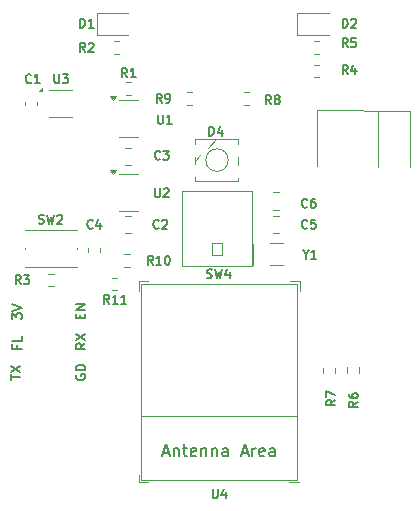
<source format=gbr>
%TF.GenerationSoftware,KiCad,Pcbnew,9.0.1*%
%TF.CreationDate,2025-05-28T08:33:00+02:00*%
%TF.ProjectId,tv25-cpu-small,74763235-2d63-4707-952d-736d616c6c2e,rev?*%
%TF.SameCoordinates,Original*%
%TF.FileFunction,Legend,Top*%
%TF.FilePolarity,Positive*%
%FSLAX46Y46*%
G04 Gerber Fmt 4.6, Leading zero omitted, Abs format (unit mm)*
G04 Created by KiCad (PCBNEW 9.0.1) date 2025-05-28 08:33:00*
%MOMM*%
%LPD*%
G01*
G04 APERTURE LIST*
%ADD10C,0.150000*%
%ADD11C,0.120000*%
G04 APERTURE END LIST*
D10*
X127143000Y-154989450D02*
X127250143Y-155025164D01*
X127250143Y-155025164D02*
X127428714Y-155025164D01*
X127428714Y-155025164D02*
X127500143Y-154989450D01*
X127500143Y-154989450D02*
X127535857Y-154953735D01*
X127535857Y-154953735D02*
X127571571Y-154882307D01*
X127571571Y-154882307D02*
X127571571Y-154810878D01*
X127571571Y-154810878D02*
X127535857Y-154739450D01*
X127535857Y-154739450D02*
X127500143Y-154703735D01*
X127500143Y-154703735D02*
X127428714Y-154668021D01*
X127428714Y-154668021D02*
X127285857Y-154632307D01*
X127285857Y-154632307D02*
X127214428Y-154596592D01*
X127214428Y-154596592D02*
X127178714Y-154560878D01*
X127178714Y-154560878D02*
X127143000Y-154489450D01*
X127143000Y-154489450D02*
X127143000Y-154418021D01*
X127143000Y-154418021D02*
X127178714Y-154346592D01*
X127178714Y-154346592D02*
X127214428Y-154310878D01*
X127214428Y-154310878D02*
X127285857Y-154275164D01*
X127285857Y-154275164D02*
X127464428Y-154275164D01*
X127464428Y-154275164D02*
X127571571Y-154310878D01*
X127821571Y-154275164D02*
X128000143Y-155025164D01*
X128000143Y-155025164D02*
X128143000Y-154489450D01*
X128143000Y-154489450D02*
X128285857Y-155025164D01*
X128285857Y-155025164D02*
X128464429Y-154275164D01*
X129071572Y-154525164D02*
X129071572Y-155025164D01*
X128893000Y-154239450D02*
X128714429Y-154775164D01*
X128714429Y-154775164D02*
X129178714Y-154775164D01*
X122745571Y-147417164D02*
X122745571Y-148024307D01*
X122745571Y-148024307D02*
X122781285Y-148095735D01*
X122781285Y-148095735D02*
X122817000Y-148131450D01*
X122817000Y-148131450D02*
X122888428Y-148167164D01*
X122888428Y-148167164D02*
X123031285Y-148167164D01*
X123031285Y-148167164D02*
X123102714Y-148131450D01*
X123102714Y-148131450D02*
X123138428Y-148095735D01*
X123138428Y-148095735D02*
X123174142Y-148024307D01*
X123174142Y-148024307D02*
X123174142Y-147417164D01*
X123495571Y-147488592D02*
X123531285Y-147452878D01*
X123531285Y-147452878D02*
X123602714Y-147417164D01*
X123602714Y-147417164D02*
X123781285Y-147417164D01*
X123781285Y-147417164D02*
X123852714Y-147452878D01*
X123852714Y-147452878D02*
X123888428Y-147488592D01*
X123888428Y-147488592D02*
X123924142Y-147560021D01*
X123924142Y-147560021D02*
X123924142Y-147631450D01*
X123924142Y-147631450D02*
X123888428Y-147738592D01*
X123888428Y-147738592D02*
X123459856Y-148167164D01*
X123459856Y-148167164D02*
X123924142Y-148167164D01*
X135637999Y-150762735D02*
X135602285Y-150798450D01*
X135602285Y-150798450D02*
X135495142Y-150834164D01*
X135495142Y-150834164D02*
X135423714Y-150834164D01*
X135423714Y-150834164D02*
X135316571Y-150798450D01*
X135316571Y-150798450D02*
X135245142Y-150727021D01*
X135245142Y-150727021D02*
X135209428Y-150655592D01*
X135209428Y-150655592D02*
X135173714Y-150512735D01*
X135173714Y-150512735D02*
X135173714Y-150405592D01*
X135173714Y-150405592D02*
X135209428Y-150262735D01*
X135209428Y-150262735D02*
X135245142Y-150191307D01*
X135245142Y-150191307D02*
X135316571Y-150119878D01*
X135316571Y-150119878D02*
X135423714Y-150084164D01*
X135423714Y-150084164D02*
X135495142Y-150084164D01*
X135495142Y-150084164D02*
X135602285Y-150119878D01*
X135602285Y-150119878D02*
X135637999Y-150155592D01*
X136316571Y-150084164D02*
X135959428Y-150084164D01*
X135959428Y-150084164D02*
X135923714Y-150441307D01*
X135923714Y-150441307D02*
X135959428Y-150405592D01*
X135959428Y-150405592D02*
X136030857Y-150369878D01*
X136030857Y-150369878D02*
X136209428Y-150369878D01*
X136209428Y-150369878D02*
X136280857Y-150405592D01*
X136280857Y-150405592D02*
X136316571Y-150441307D01*
X136316571Y-150441307D02*
X136352285Y-150512735D01*
X136352285Y-150512735D02*
X136352285Y-150691307D01*
X136352285Y-150691307D02*
X136316571Y-150762735D01*
X136316571Y-150762735D02*
X136280857Y-150798450D01*
X136280857Y-150798450D02*
X136209428Y-150834164D01*
X136209428Y-150834164D02*
X136030857Y-150834164D01*
X136030857Y-150834164D02*
X135959428Y-150798450D01*
X135959428Y-150798450D02*
X135923714Y-150762735D01*
X135637999Y-148984735D02*
X135602285Y-149020450D01*
X135602285Y-149020450D02*
X135495142Y-149056164D01*
X135495142Y-149056164D02*
X135423714Y-149056164D01*
X135423714Y-149056164D02*
X135316571Y-149020450D01*
X135316571Y-149020450D02*
X135245142Y-148949021D01*
X135245142Y-148949021D02*
X135209428Y-148877592D01*
X135209428Y-148877592D02*
X135173714Y-148734735D01*
X135173714Y-148734735D02*
X135173714Y-148627592D01*
X135173714Y-148627592D02*
X135209428Y-148484735D01*
X135209428Y-148484735D02*
X135245142Y-148413307D01*
X135245142Y-148413307D02*
X135316571Y-148341878D01*
X135316571Y-148341878D02*
X135423714Y-148306164D01*
X135423714Y-148306164D02*
X135495142Y-148306164D01*
X135495142Y-148306164D02*
X135602285Y-148341878D01*
X135602285Y-148341878D02*
X135637999Y-148377592D01*
X136280857Y-148306164D02*
X136137999Y-148306164D01*
X136137999Y-148306164D02*
X136066571Y-148341878D01*
X136066571Y-148341878D02*
X136030857Y-148377592D01*
X136030857Y-148377592D02*
X135959428Y-148484735D01*
X135959428Y-148484735D02*
X135923714Y-148627592D01*
X135923714Y-148627592D02*
X135923714Y-148913307D01*
X135923714Y-148913307D02*
X135959428Y-148984735D01*
X135959428Y-148984735D02*
X135995142Y-149020450D01*
X135995142Y-149020450D02*
X136066571Y-149056164D01*
X136066571Y-149056164D02*
X136209428Y-149056164D01*
X136209428Y-149056164D02*
X136280857Y-149020450D01*
X136280857Y-149020450D02*
X136316571Y-148984735D01*
X136316571Y-148984735D02*
X136352285Y-148913307D01*
X136352285Y-148913307D02*
X136352285Y-148734735D01*
X136352285Y-148734735D02*
X136316571Y-148663307D01*
X136316571Y-148663307D02*
X136280857Y-148627592D01*
X136280857Y-148627592D02*
X136209428Y-148591878D01*
X136209428Y-148591878D02*
X136066571Y-148591878D01*
X136066571Y-148591878D02*
X135995142Y-148627592D01*
X135995142Y-148627592D02*
X135959428Y-148663307D01*
X135959428Y-148663307D02*
X135923714Y-148734735D01*
X132589999Y-140293164D02*
X132339999Y-139936021D01*
X132161428Y-140293164D02*
X132161428Y-139543164D01*
X132161428Y-139543164D02*
X132447142Y-139543164D01*
X132447142Y-139543164D02*
X132518571Y-139578878D01*
X132518571Y-139578878D02*
X132554285Y-139614592D01*
X132554285Y-139614592D02*
X132589999Y-139686021D01*
X132589999Y-139686021D02*
X132589999Y-139793164D01*
X132589999Y-139793164D02*
X132554285Y-139864592D01*
X132554285Y-139864592D02*
X132518571Y-139900307D01*
X132518571Y-139900307D02*
X132447142Y-139936021D01*
X132447142Y-139936021D02*
X132161428Y-139936021D01*
X133018571Y-139864592D02*
X132947142Y-139828878D01*
X132947142Y-139828878D02*
X132911428Y-139793164D01*
X132911428Y-139793164D02*
X132875714Y-139721735D01*
X132875714Y-139721735D02*
X132875714Y-139686021D01*
X132875714Y-139686021D02*
X132911428Y-139614592D01*
X132911428Y-139614592D02*
X132947142Y-139578878D01*
X132947142Y-139578878D02*
X133018571Y-139543164D01*
X133018571Y-139543164D02*
X133161428Y-139543164D01*
X133161428Y-139543164D02*
X133232857Y-139578878D01*
X133232857Y-139578878D02*
X133268571Y-139614592D01*
X133268571Y-139614592D02*
X133304285Y-139686021D01*
X133304285Y-139686021D02*
X133304285Y-139721735D01*
X133304285Y-139721735D02*
X133268571Y-139793164D01*
X133268571Y-139793164D02*
X133232857Y-139828878D01*
X133232857Y-139828878D02*
X133161428Y-139864592D01*
X133161428Y-139864592D02*
X133018571Y-139864592D01*
X133018571Y-139864592D02*
X132947142Y-139900307D01*
X132947142Y-139900307D02*
X132911428Y-139936021D01*
X132911428Y-139936021D02*
X132875714Y-140007450D01*
X132875714Y-140007450D02*
X132875714Y-140150307D01*
X132875714Y-140150307D02*
X132911428Y-140221735D01*
X132911428Y-140221735D02*
X132947142Y-140257450D01*
X132947142Y-140257450D02*
X133018571Y-140293164D01*
X133018571Y-140293164D02*
X133161428Y-140293164D01*
X133161428Y-140293164D02*
X133232857Y-140257450D01*
X133232857Y-140257450D02*
X133268571Y-140221735D01*
X133268571Y-140221735D02*
X133304285Y-140150307D01*
X133304285Y-140150307D02*
X133304285Y-140007450D01*
X133304285Y-140007450D02*
X133268571Y-139936021D01*
X133268571Y-139936021D02*
X133232857Y-139900307D01*
X133232857Y-139900307D02*
X133161428Y-139864592D01*
X116854295Y-160553332D02*
X116473342Y-160819999D01*
X116854295Y-161010475D02*
X116054295Y-161010475D01*
X116054295Y-161010475D02*
X116054295Y-160705713D01*
X116054295Y-160705713D02*
X116092390Y-160629523D01*
X116092390Y-160629523D02*
X116130485Y-160591428D01*
X116130485Y-160591428D02*
X116206676Y-160553332D01*
X116206676Y-160553332D02*
X116320961Y-160553332D01*
X116320961Y-160553332D02*
X116397152Y-160591428D01*
X116397152Y-160591428D02*
X116435247Y-160629523D01*
X116435247Y-160629523D02*
X116473342Y-160705713D01*
X116473342Y-160705713D02*
X116473342Y-161010475D01*
X116054295Y-160286666D02*
X116854295Y-159753332D01*
X116054295Y-159753332D02*
X116854295Y-160286666D01*
X110554295Y-163629523D02*
X110554295Y-163172380D01*
X111354295Y-163400952D02*
X110554295Y-163400952D01*
X110554295Y-162981904D02*
X111354295Y-162448570D01*
X110554295Y-162448570D02*
X111354295Y-162981904D01*
X110654295Y-158507030D02*
X110654295Y-158011792D01*
X110654295Y-158011792D02*
X110959057Y-158278458D01*
X110959057Y-158278458D02*
X110959057Y-158164173D01*
X110959057Y-158164173D02*
X110997152Y-158087982D01*
X110997152Y-158087982D02*
X111035247Y-158049887D01*
X111035247Y-158049887D02*
X111111438Y-158011792D01*
X111111438Y-158011792D02*
X111301914Y-158011792D01*
X111301914Y-158011792D02*
X111378104Y-158049887D01*
X111378104Y-158049887D02*
X111416200Y-158087982D01*
X111416200Y-158087982D02*
X111454295Y-158164173D01*
X111454295Y-158164173D02*
X111454295Y-158392744D01*
X111454295Y-158392744D02*
X111416200Y-158468935D01*
X111416200Y-158468935D02*
X111378104Y-158507030D01*
X110654295Y-157783220D02*
X111454295Y-157516553D01*
X111454295Y-157516553D02*
X110654295Y-157249887D01*
X111035247Y-160729523D02*
X111035247Y-160996189D01*
X111454295Y-160996189D02*
X110654295Y-160996189D01*
X110654295Y-160996189D02*
X110654295Y-160615237D01*
X111454295Y-159929523D02*
X111454295Y-160310475D01*
X111454295Y-160310475D02*
X110654295Y-160310475D01*
X116435247Y-158410475D02*
X116435247Y-158143809D01*
X116854295Y-158029523D02*
X116854295Y-158410475D01*
X116854295Y-158410475D02*
X116054295Y-158410475D01*
X116054295Y-158410475D02*
X116054295Y-158029523D01*
X116854295Y-157686665D02*
X116054295Y-157686665D01*
X116054295Y-157686665D02*
X116854295Y-157229522D01*
X116854295Y-157229522D02*
X116054295Y-157229522D01*
X116092390Y-163210476D02*
X116054295Y-163286666D01*
X116054295Y-163286666D02*
X116054295Y-163400952D01*
X116054295Y-163400952D02*
X116092390Y-163515238D01*
X116092390Y-163515238D02*
X116168580Y-163591428D01*
X116168580Y-163591428D02*
X116244771Y-163629523D01*
X116244771Y-163629523D02*
X116397152Y-163667619D01*
X116397152Y-163667619D02*
X116511438Y-163667619D01*
X116511438Y-163667619D02*
X116663819Y-163629523D01*
X116663819Y-163629523D02*
X116740009Y-163591428D01*
X116740009Y-163591428D02*
X116816200Y-163515238D01*
X116816200Y-163515238D02*
X116854295Y-163400952D01*
X116854295Y-163400952D02*
X116854295Y-163324761D01*
X116854295Y-163324761D02*
X116816200Y-163210476D01*
X116816200Y-163210476D02*
X116778104Y-163172380D01*
X116778104Y-163172380D02*
X116511438Y-163172380D01*
X116511438Y-163172380D02*
X116511438Y-163324761D01*
X116854295Y-162829523D02*
X116054295Y-162829523D01*
X116054295Y-162829523D02*
X116054295Y-162639047D01*
X116054295Y-162639047D02*
X116092390Y-162524761D01*
X116092390Y-162524761D02*
X116168580Y-162448571D01*
X116168580Y-162448571D02*
X116244771Y-162410476D01*
X116244771Y-162410476D02*
X116397152Y-162372380D01*
X116397152Y-162372380D02*
X116511438Y-162372380D01*
X116511438Y-162372380D02*
X116663819Y-162410476D01*
X116663819Y-162410476D02*
X116740009Y-162448571D01*
X116740009Y-162448571D02*
X116816200Y-162524761D01*
X116816200Y-162524761D02*
X116854295Y-162639047D01*
X116854295Y-162639047D02*
X116854295Y-162829523D01*
X122580856Y-153882164D02*
X122330856Y-153525021D01*
X122152285Y-153882164D02*
X122152285Y-153132164D01*
X122152285Y-153132164D02*
X122437999Y-153132164D01*
X122437999Y-153132164D02*
X122509428Y-153167878D01*
X122509428Y-153167878D02*
X122545142Y-153203592D01*
X122545142Y-153203592D02*
X122580856Y-153275021D01*
X122580856Y-153275021D02*
X122580856Y-153382164D01*
X122580856Y-153382164D02*
X122545142Y-153453592D01*
X122545142Y-153453592D02*
X122509428Y-153489307D01*
X122509428Y-153489307D02*
X122437999Y-153525021D01*
X122437999Y-153525021D02*
X122152285Y-153525021D01*
X123295142Y-153882164D02*
X122866571Y-153882164D01*
X123080856Y-153882164D02*
X123080856Y-153132164D01*
X123080856Y-153132164D02*
X123009428Y-153239307D01*
X123009428Y-153239307D02*
X122937999Y-153310735D01*
X122937999Y-153310735D02*
X122866571Y-153346450D01*
X123759428Y-153132164D02*
X123830857Y-153132164D01*
X123830857Y-153132164D02*
X123902285Y-153167878D01*
X123902285Y-153167878D02*
X123938000Y-153203592D01*
X123938000Y-153203592D02*
X123973714Y-153275021D01*
X123973714Y-153275021D02*
X124009428Y-153417878D01*
X124009428Y-153417878D02*
X124009428Y-153596450D01*
X124009428Y-153596450D02*
X123973714Y-153739307D01*
X123973714Y-153739307D02*
X123938000Y-153810735D01*
X123938000Y-153810735D02*
X123902285Y-153846450D01*
X123902285Y-153846450D02*
X123830857Y-153882164D01*
X123830857Y-153882164D02*
X123759428Y-153882164D01*
X123759428Y-153882164D02*
X123688000Y-153846450D01*
X123688000Y-153846450D02*
X123652285Y-153810735D01*
X123652285Y-153810735D02*
X123616571Y-153739307D01*
X123616571Y-153739307D02*
X123580857Y-153596450D01*
X123580857Y-153596450D02*
X123580857Y-153417878D01*
X123580857Y-153417878D02*
X123616571Y-153275021D01*
X123616571Y-153275021D02*
X123652285Y-153203592D01*
X123652285Y-153203592D02*
X123688000Y-153167878D01*
X123688000Y-153167878D02*
X123759428Y-153132164D01*
X123064999Y-150762735D02*
X123029285Y-150798450D01*
X123029285Y-150798450D02*
X122922142Y-150834164D01*
X122922142Y-150834164D02*
X122850714Y-150834164D01*
X122850714Y-150834164D02*
X122743571Y-150798450D01*
X122743571Y-150798450D02*
X122672142Y-150727021D01*
X122672142Y-150727021D02*
X122636428Y-150655592D01*
X122636428Y-150655592D02*
X122600714Y-150512735D01*
X122600714Y-150512735D02*
X122600714Y-150405592D01*
X122600714Y-150405592D02*
X122636428Y-150262735D01*
X122636428Y-150262735D02*
X122672142Y-150191307D01*
X122672142Y-150191307D02*
X122743571Y-150119878D01*
X122743571Y-150119878D02*
X122850714Y-150084164D01*
X122850714Y-150084164D02*
X122922142Y-150084164D01*
X122922142Y-150084164D02*
X123029285Y-150119878D01*
X123029285Y-150119878D02*
X123064999Y-150155592D01*
X123350714Y-150155592D02*
X123386428Y-150119878D01*
X123386428Y-150119878D02*
X123457857Y-150084164D01*
X123457857Y-150084164D02*
X123636428Y-150084164D01*
X123636428Y-150084164D02*
X123707857Y-150119878D01*
X123707857Y-150119878D02*
X123743571Y-150155592D01*
X123743571Y-150155592D02*
X123779285Y-150227021D01*
X123779285Y-150227021D02*
X123779285Y-150298450D01*
X123779285Y-150298450D02*
X123743571Y-150405592D01*
X123743571Y-150405592D02*
X123314999Y-150834164D01*
X123314999Y-150834164D02*
X123779285Y-150834164D01*
X123318999Y-140166164D02*
X123068999Y-139809021D01*
X122890428Y-140166164D02*
X122890428Y-139416164D01*
X122890428Y-139416164D02*
X123176142Y-139416164D01*
X123176142Y-139416164D02*
X123247571Y-139451878D01*
X123247571Y-139451878D02*
X123283285Y-139487592D01*
X123283285Y-139487592D02*
X123318999Y-139559021D01*
X123318999Y-139559021D02*
X123318999Y-139666164D01*
X123318999Y-139666164D02*
X123283285Y-139737592D01*
X123283285Y-139737592D02*
X123247571Y-139773307D01*
X123247571Y-139773307D02*
X123176142Y-139809021D01*
X123176142Y-139809021D02*
X122890428Y-139809021D01*
X123676142Y-140166164D02*
X123818999Y-140166164D01*
X123818999Y-140166164D02*
X123890428Y-140130450D01*
X123890428Y-140130450D02*
X123926142Y-140094735D01*
X123926142Y-140094735D02*
X123997571Y-139987592D01*
X123997571Y-139987592D02*
X124033285Y-139844735D01*
X124033285Y-139844735D02*
X124033285Y-139559021D01*
X124033285Y-139559021D02*
X123997571Y-139487592D01*
X123997571Y-139487592D02*
X123961857Y-139451878D01*
X123961857Y-139451878D02*
X123890428Y-139416164D01*
X123890428Y-139416164D02*
X123747571Y-139416164D01*
X123747571Y-139416164D02*
X123676142Y-139451878D01*
X123676142Y-139451878D02*
X123640428Y-139487592D01*
X123640428Y-139487592D02*
X123604714Y-139559021D01*
X123604714Y-139559021D02*
X123604714Y-139737592D01*
X123604714Y-139737592D02*
X123640428Y-139809021D01*
X123640428Y-139809021D02*
X123676142Y-139844735D01*
X123676142Y-139844735D02*
X123747571Y-139880450D01*
X123747571Y-139880450D02*
X123890428Y-139880450D01*
X123890428Y-139880450D02*
X123961857Y-139844735D01*
X123961857Y-139844735D02*
X123997571Y-139809021D01*
X123997571Y-139809021D02*
X124033285Y-139737592D01*
X112269999Y-138443735D02*
X112234285Y-138479450D01*
X112234285Y-138479450D02*
X112127142Y-138515164D01*
X112127142Y-138515164D02*
X112055714Y-138515164D01*
X112055714Y-138515164D02*
X111948571Y-138479450D01*
X111948571Y-138479450D02*
X111877142Y-138408021D01*
X111877142Y-138408021D02*
X111841428Y-138336592D01*
X111841428Y-138336592D02*
X111805714Y-138193735D01*
X111805714Y-138193735D02*
X111805714Y-138086592D01*
X111805714Y-138086592D02*
X111841428Y-137943735D01*
X111841428Y-137943735D02*
X111877142Y-137872307D01*
X111877142Y-137872307D02*
X111948571Y-137800878D01*
X111948571Y-137800878D02*
X112055714Y-137765164D01*
X112055714Y-137765164D02*
X112127142Y-137765164D01*
X112127142Y-137765164D02*
X112234285Y-137800878D01*
X112234285Y-137800878D02*
X112269999Y-137836592D01*
X112984285Y-138515164D02*
X112555714Y-138515164D01*
X112769999Y-138515164D02*
X112769999Y-137765164D01*
X112769999Y-137765164D02*
X112698571Y-137872307D01*
X112698571Y-137872307D02*
X112627142Y-137943735D01*
X112627142Y-137943735D02*
X112555714Y-137979450D01*
X122999571Y-141194164D02*
X122999571Y-141801307D01*
X122999571Y-141801307D02*
X123035285Y-141872735D01*
X123035285Y-141872735D02*
X123071000Y-141908450D01*
X123071000Y-141908450D02*
X123142428Y-141944164D01*
X123142428Y-141944164D02*
X123285285Y-141944164D01*
X123285285Y-141944164D02*
X123356714Y-141908450D01*
X123356714Y-141908450D02*
X123392428Y-141872735D01*
X123392428Y-141872735D02*
X123428142Y-141801307D01*
X123428142Y-141801307D02*
X123428142Y-141194164D01*
X124178142Y-141944164D02*
X123749571Y-141944164D01*
X123963856Y-141944164D02*
X123963856Y-141194164D01*
X123963856Y-141194164D02*
X123892428Y-141301307D01*
X123892428Y-141301307D02*
X123820999Y-141372735D01*
X123820999Y-141372735D02*
X123749571Y-141408450D01*
X123191999Y-144920735D02*
X123156285Y-144956450D01*
X123156285Y-144956450D02*
X123049142Y-144992164D01*
X123049142Y-144992164D02*
X122977714Y-144992164D01*
X122977714Y-144992164D02*
X122870571Y-144956450D01*
X122870571Y-144956450D02*
X122799142Y-144885021D01*
X122799142Y-144885021D02*
X122763428Y-144813592D01*
X122763428Y-144813592D02*
X122727714Y-144670735D01*
X122727714Y-144670735D02*
X122727714Y-144563592D01*
X122727714Y-144563592D02*
X122763428Y-144420735D01*
X122763428Y-144420735D02*
X122799142Y-144349307D01*
X122799142Y-144349307D02*
X122870571Y-144277878D01*
X122870571Y-144277878D02*
X122977714Y-144242164D01*
X122977714Y-144242164D02*
X123049142Y-144242164D01*
X123049142Y-144242164D02*
X123156285Y-144277878D01*
X123156285Y-144277878D02*
X123191999Y-144313592D01*
X123441999Y-144242164D02*
X123906285Y-144242164D01*
X123906285Y-144242164D02*
X123656285Y-144527878D01*
X123656285Y-144527878D02*
X123763428Y-144527878D01*
X123763428Y-144527878D02*
X123834857Y-144563592D01*
X123834857Y-144563592D02*
X123870571Y-144599307D01*
X123870571Y-144599307D02*
X123906285Y-144670735D01*
X123906285Y-144670735D02*
X123906285Y-144849307D01*
X123906285Y-144849307D02*
X123870571Y-144920735D01*
X123870571Y-144920735D02*
X123834857Y-144956450D01*
X123834857Y-144956450D02*
X123763428Y-144992164D01*
X123763428Y-144992164D02*
X123549142Y-144992164D01*
X123549142Y-144992164D02*
X123477714Y-144956450D01*
X123477714Y-144956450D02*
X123441999Y-144920735D01*
X127628571Y-172889164D02*
X127628571Y-173496307D01*
X127628571Y-173496307D02*
X127664285Y-173567735D01*
X127664285Y-173567735D02*
X127700000Y-173603450D01*
X127700000Y-173603450D02*
X127771428Y-173639164D01*
X127771428Y-173639164D02*
X127914285Y-173639164D01*
X127914285Y-173639164D02*
X127985714Y-173603450D01*
X127985714Y-173603450D02*
X128021428Y-173567735D01*
X128021428Y-173567735D02*
X128057142Y-173496307D01*
X128057142Y-173496307D02*
X128057142Y-172889164D01*
X128735714Y-173139164D02*
X128735714Y-173639164D01*
X128557142Y-172853450D02*
X128378571Y-173389164D01*
X128378571Y-173389164D02*
X128842856Y-173389164D01*
X123438094Y-169819104D02*
X123914284Y-169819104D01*
X123342856Y-170104819D02*
X123676189Y-169104819D01*
X123676189Y-169104819D02*
X124009522Y-170104819D01*
X124342856Y-169438152D02*
X124342856Y-170104819D01*
X124342856Y-169533390D02*
X124390475Y-169485771D01*
X124390475Y-169485771D02*
X124485713Y-169438152D01*
X124485713Y-169438152D02*
X124628570Y-169438152D01*
X124628570Y-169438152D02*
X124723808Y-169485771D01*
X124723808Y-169485771D02*
X124771427Y-169581009D01*
X124771427Y-169581009D02*
X124771427Y-170104819D01*
X125104761Y-169438152D02*
X125485713Y-169438152D01*
X125247618Y-169104819D02*
X125247618Y-169961961D01*
X125247618Y-169961961D02*
X125295237Y-170057200D01*
X125295237Y-170057200D02*
X125390475Y-170104819D01*
X125390475Y-170104819D02*
X125485713Y-170104819D01*
X126199999Y-170057200D02*
X126104761Y-170104819D01*
X126104761Y-170104819D02*
X125914285Y-170104819D01*
X125914285Y-170104819D02*
X125819047Y-170057200D01*
X125819047Y-170057200D02*
X125771428Y-169961961D01*
X125771428Y-169961961D02*
X125771428Y-169581009D01*
X125771428Y-169581009D02*
X125819047Y-169485771D01*
X125819047Y-169485771D02*
X125914285Y-169438152D01*
X125914285Y-169438152D02*
X126104761Y-169438152D01*
X126104761Y-169438152D02*
X126199999Y-169485771D01*
X126199999Y-169485771D02*
X126247618Y-169581009D01*
X126247618Y-169581009D02*
X126247618Y-169676247D01*
X126247618Y-169676247D02*
X125771428Y-169771485D01*
X126676190Y-169438152D02*
X126676190Y-170104819D01*
X126676190Y-169533390D02*
X126723809Y-169485771D01*
X126723809Y-169485771D02*
X126819047Y-169438152D01*
X126819047Y-169438152D02*
X126961904Y-169438152D01*
X126961904Y-169438152D02*
X127057142Y-169485771D01*
X127057142Y-169485771D02*
X127104761Y-169581009D01*
X127104761Y-169581009D02*
X127104761Y-170104819D01*
X127580952Y-169438152D02*
X127580952Y-170104819D01*
X127580952Y-169533390D02*
X127628571Y-169485771D01*
X127628571Y-169485771D02*
X127723809Y-169438152D01*
X127723809Y-169438152D02*
X127866666Y-169438152D01*
X127866666Y-169438152D02*
X127961904Y-169485771D01*
X127961904Y-169485771D02*
X128009523Y-169581009D01*
X128009523Y-169581009D02*
X128009523Y-170104819D01*
X128914285Y-170104819D02*
X128914285Y-169581009D01*
X128914285Y-169581009D02*
X128866666Y-169485771D01*
X128866666Y-169485771D02*
X128771428Y-169438152D01*
X128771428Y-169438152D02*
X128580952Y-169438152D01*
X128580952Y-169438152D02*
X128485714Y-169485771D01*
X128914285Y-170057200D02*
X128819047Y-170104819D01*
X128819047Y-170104819D02*
X128580952Y-170104819D01*
X128580952Y-170104819D02*
X128485714Y-170057200D01*
X128485714Y-170057200D02*
X128438095Y-169961961D01*
X128438095Y-169961961D02*
X128438095Y-169866723D01*
X128438095Y-169866723D02*
X128485714Y-169771485D01*
X128485714Y-169771485D02*
X128580952Y-169723866D01*
X128580952Y-169723866D02*
X128819047Y-169723866D01*
X128819047Y-169723866D02*
X128914285Y-169676247D01*
X130104762Y-169819104D02*
X130580952Y-169819104D01*
X130009524Y-170104819D02*
X130342857Y-169104819D01*
X130342857Y-169104819D02*
X130676190Y-170104819D01*
X131009524Y-170104819D02*
X131009524Y-169438152D01*
X131009524Y-169628628D02*
X131057143Y-169533390D01*
X131057143Y-169533390D02*
X131104762Y-169485771D01*
X131104762Y-169485771D02*
X131200000Y-169438152D01*
X131200000Y-169438152D02*
X131295238Y-169438152D01*
X132009524Y-170057200D02*
X131914286Y-170104819D01*
X131914286Y-170104819D02*
X131723810Y-170104819D01*
X131723810Y-170104819D02*
X131628572Y-170057200D01*
X131628572Y-170057200D02*
X131580953Y-169961961D01*
X131580953Y-169961961D02*
X131580953Y-169581009D01*
X131580953Y-169581009D02*
X131628572Y-169485771D01*
X131628572Y-169485771D02*
X131723810Y-169438152D01*
X131723810Y-169438152D02*
X131914286Y-169438152D01*
X131914286Y-169438152D02*
X132009524Y-169485771D01*
X132009524Y-169485771D02*
X132057143Y-169581009D01*
X132057143Y-169581009D02*
X132057143Y-169676247D01*
X132057143Y-169676247D02*
X131580953Y-169771485D01*
X132914286Y-170104819D02*
X132914286Y-169581009D01*
X132914286Y-169581009D02*
X132866667Y-169485771D01*
X132866667Y-169485771D02*
X132771429Y-169438152D01*
X132771429Y-169438152D02*
X132580953Y-169438152D01*
X132580953Y-169438152D02*
X132485715Y-169485771D01*
X132914286Y-170057200D02*
X132819048Y-170104819D01*
X132819048Y-170104819D02*
X132580953Y-170104819D01*
X132580953Y-170104819D02*
X132485715Y-170057200D01*
X132485715Y-170057200D02*
X132438096Y-169961961D01*
X132438096Y-169961961D02*
X132438096Y-169866723D01*
X132438096Y-169866723D02*
X132485715Y-169771485D01*
X132485715Y-169771485D02*
X132580953Y-169723866D01*
X132580953Y-169723866D02*
X132819048Y-169723866D01*
X132819048Y-169723866D02*
X132914286Y-169676247D01*
X139066999Y-137753164D02*
X138816999Y-137396021D01*
X138638428Y-137753164D02*
X138638428Y-137003164D01*
X138638428Y-137003164D02*
X138924142Y-137003164D01*
X138924142Y-137003164D02*
X138995571Y-137038878D01*
X138995571Y-137038878D02*
X139031285Y-137074592D01*
X139031285Y-137074592D02*
X139066999Y-137146021D01*
X139066999Y-137146021D02*
X139066999Y-137253164D01*
X139066999Y-137253164D02*
X139031285Y-137324592D01*
X139031285Y-137324592D02*
X138995571Y-137360307D01*
X138995571Y-137360307D02*
X138924142Y-137396021D01*
X138924142Y-137396021D02*
X138638428Y-137396021D01*
X139709857Y-137253164D02*
X139709857Y-137753164D01*
X139531285Y-136967450D02*
X139352714Y-137503164D01*
X139352714Y-137503164D02*
X139816999Y-137503164D01*
X111380999Y-155533164D02*
X111130999Y-155176021D01*
X110952428Y-155533164D02*
X110952428Y-154783164D01*
X110952428Y-154783164D02*
X111238142Y-154783164D01*
X111238142Y-154783164D02*
X111309571Y-154818878D01*
X111309571Y-154818878D02*
X111345285Y-154854592D01*
X111345285Y-154854592D02*
X111380999Y-154926021D01*
X111380999Y-154926021D02*
X111380999Y-155033164D01*
X111380999Y-155033164D02*
X111345285Y-155104592D01*
X111345285Y-155104592D02*
X111309571Y-155140307D01*
X111309571Y-155140307D02*
X111238142Y-155176021D01*
X111238142Y-155176021D02*
X110952428Y-155176021D01*
X111630999Y-154783164D02*
X112095285Y-154783164D01*
X112095285Y-154783164D02*
X111845285Y-155068878D01*
X111845285Y-155068878D02*
X111952428Y-155068878D01*
X111952428Y-155068878D02*
X112023857Y-155104592D01*
X112023857Y-155104592D02*
X112059571Y-155140307D01*
X112059571Y-155140307D02*
X112095285Y-155211735D01*
X112095285Y-155211735D02*
X112095285Y-155390307D01*
X112095285Y-155390307D02*
X112059571Y-155461735D01*
X112059571Y-155461735D02*
X112023857Y-155497450D01*
X112023857Y-155497450D02*
X111952428Y-155533164D01*
X111952428Y-155533164D02*
X111738142Y-155533164D01*
X111738142Y-155533164D02*
X111666714Y-155497450D01*
X111666714Y-155497450D02*
X111630999Y-155461735D01*
X120397999Y-138007164D02*
X120147999Y-137650021D01*
X119969428Y-138007164D02*
X119969428Y-137257164D01*
X119969428Y-137257164D02*
X120255142Y-137257164D01*
X120255142Y-137257164D02*
X120326571Y-137292878D01*
X120326571Y-137292878D02*
X120362285Y-137328592D01*
X120362285Y-137328592D02*
X120397999Y-137400021D01*
X120397999Y-137400021D02*
X120397999Y-137507164D01*
X120397999Y-137507164D02*
X120362285Y-137578592D01*
X120362285Y-137578592D02*
X120326571Y-137614307D01*
X120326571Y-137614307D02*
X120255142Y-137650021D01*
X120255142Y-137650021D02*
X119969428Y-137650021D01*
X121112285Y-138007164D02*
X120683714Y-138007164D01*
X120897999Y-138007164D02*
X120897999Y-137257164D01*
X120897999Y-137257164D02*
X120826571Y-137364307D01*
X120826571Y-137364307D02*
X120755142Y-137435735D01*
X120755142Y-137435735D02*
X120683714Y-137471450D01*
X138007164Y-165352000D02*
X137650021Y-165602000D01*
X138007164Y-165780571D02*
X137257164Y-165780571D01*
X137257164Y-165780571D02*
X137257164Y-165494857D01*
X137257164Y-165494857D02*
X137292878Y-165423428D01*
X137292878Y-165423428D02*
X137328592Y-165387714D01*
X137328592Y-165387714D02*
X137400021Y-165352000D01*
X137400021Y-165352000D02*
X137507164Y-165352000D01*
X137507164Y-165352000D02*
X137578592Y-165387714D01*
X137578592Y-165387714D02*
X137614307Y-165423428D01*
X137614307Y-165423428D02*
X137650021Y-165494857D01*
X137650021Y-165494857D02*
X137650021Y-165780571D01*
X137257164Y-165102000D02*
X137257164Y-164602000D01*
X137257164Y-164602000D02*
X138007164Y-164923428D01*
X118897856Y-157184164D02*
X118647856Y-156827021D01*
X118469285Y-157184164D02*
X118469285Y-156434164D01*
X118469285Y-156434164D02*
X118754999Y-156434164D01*
X118754999Y-156434164D02*
X118826428Y-156469878D01*
X118826428Y-156469878D02*
X118862142Y-156505592D01*
X118862142Y-156505592D02*
X118897856Y-156577021D01*
X118897856Y-156577021D02*
X118897856Y-156684164D01*
X118897856Y-156684164D02*
X118862142Y-156755592D01*
X118862142Y-156755592D02*
X118826428Y-156791307D01*
X118826428Y-156791307D02*
X118754999Y-156827021D01*
X118754999Y-156827021D02*
X118469285Y-156827021D01*
X119612142Y-157184164D02*
X119183571Y-157184164D01*
X119397856Y-157184164D02*
X119397856Y-156434164D01*
X119397856Y-156434164D02*
X119326428Y-156541307D01*
X119326428Y-156541307D02*
X119254999Y-156612735D01*
X119254999Y-156612735D02*
X119183571Y-156648450D01*
X120326428Y-157184164D02*
X119897857Y-157184164D01*
X120112142Y-157184164D02*
X120112142Y-156434164D01*
X120112142Y-156434164D02*
X120040714Y-156541307D01*
X120040714Y-156541307D02*
X119969285Y-156612735D01*
X119969285Y-156612735D02*
X119897857Y-156648450D01*
X139912164Y-165479000D02*
X139555021Y-165729000D01*
X139912164Y-165907571D02*
X139162164Y-165907571D01*
X139162164Y-165907571D02*
X139162164Y-165621857D01*
X139162164Y-165621857D02*
X139197878Y-165550428D01*
X139197878Y-165550428D02*
X139233592Y-165514714D01*
X139233592Y-165514714D02*
X139305021Y-165479000D01*
X139305021Y-165479000D02*
X139412164Y-165479000D01*
X139412164Y-165479000D02*
X139483592Y-165514714D01*
X139483592Y-165514714D02*
X139519307Y-165550428D01*
X139519307Y-165550428D02*
X139555021Y-165621857D01*
X139555021Y-165621857D02*
X139555021Y-165907571D01*
X139162164Y-164836143D02*
X139162164Y-164979000D01*
X139162164Y-164979000D02*
X139197878Y-165050428D01*
X139197878Y-165050428D02*
X139233592Y-165086143D01*
X139233592Y-165086143D02*
X139340735Y-165157571D01*
X139340735Y-165157571D02*
X139483592Y-165193285D01*
X139483592Y-165193285D02*
X139769307Y-165193285D01*
X139769307Y-165193285D02*
X139840735Y-165157571D01*
X139840735Y-165157571D02*
X139876450Y-165121857D01*
X139876450Y-165121857D02*
X139912164Y-165050428D01*
X139912164Y-165050428D02*
X139912164Y-164907571D01*
X139912164Y-164907571D02*
X139876450Y-164836143D01*
X139876450Y-164836143D02*
X139840735Y-164800428D01*
X139840735Y-164800428D02*
X139769307Y-164764714D01*
X139769307Y-164764714D02*
X139590735Y-164764714D01*
X139590735Y-164764714D02*
X139519307Y-164800428D01*
X139519307Y-164800428D02*
X139483592Y-164836143D01*
X139483592Y-164836143D02*
X139447878Y-164907571D01*
X139447878Y-164907571D02*
X139447878Y-165050428D01*
X139447878Y-165050428D02*
X139483592Y-165121857D01*
X139483592Y-165121857D02*
X139519307Y-165157571D01*
X139519307Y-165157571D02*
X139590735Y-165193285D01*
X112919000Y-150380450D02*
X113026143Y-150416164D01*
X113026143Y-150416164D02*
X113204714Y-150416164D01*
X113204714Y-150416164D02*
X113276143Y-150380450D01*
X113276143Y-150380450D02*
X113311857Y-150344735D01*
X113311857Y-150344735D02*
X113347571Y-150273307D01*
X113347571Y-150273307D02*
X113347571Y-150201878D01*
X113347571Y-150201878D02*
X113311857Y-150130450D01*
X113311857Y-150130450D02*
X113276143Y-150094735D01*
X113276143Y-150094735D02*
X113204714Y-150059021D01*
X113204714Y-150059021D02*
X113061857Y-150023307D01*
X113061857Y-150023307D02*
X112990428Y-149987592D01*
X112990428Y-149987592D02*
X112954714Y-149951878D01*
X112954714Y-149951878D02*
X112919000Y-149880450D01*
X112919000Y-149880450D02*
X112919000Y-149809021D01*
X112919000Y-149809021D02*
X112954714Y-149737592D01*
X112954714Y-149737592D02*
X112990428Y-149701878D01*
X112990428Y-149701878D02*
X113061857Y-149666164D01*
X113061857Y-149666164D02*
X113240428Y-149666164D01*
X113240428Y-149666164D02*
X113347571Y-149701878D01*
X113597571Y-149666164D02*
X113776143Y-150416164D01*
X113776143Y-150416164D02*
X113919000Y-149880450D01*
X113919000Y-149880450D02*
X114061857Y-150416164D01*
X114061857Y-150416164D02*
X114240429Y-149666164D01*
X114490429Y-149737592D02*
X114526143Y-149701878D01*
X114526143Y-149701878D02*
X114597572Y-149666164D01*
X114597572Y-149666164D02*
X114776143Y-149666164D01*
X114776143Y-149666164D02*
X114847572Y-149701878D01*
X114847572Y-149701878D02*
X114883286Y-149737592D01*
X114883286Y-149737592D02*
X114919000Y-149809021D01*
X114919000Y-149809021D02*
X114919000Y-149880450D01*
X114919000Y-149880450D02*
X114883286Y-149987592D01*
X114883286Y-149987592D02*
X114454714Y-150416164D01*
X114454714Y-150416164D02*
X114919000Y-150416164D01*
X116841999Y-135848164D02*
X116591999Y-135491021D01*
X116413428Y-135848164D02*
X116413428Y-135098164D01*
X116413428Y-135098164D02*
X116699142Y-135098164D01*
X116699142Y-135098164D02*
X116770571Y-135133878D01*
X116770571Y-135133878D02*
X116806285Y-135169592D01*
X116806285Y-135169592D02*
X116841999Y-135241021D01*
X116841999Y-135241021D02*
X116841999Y-135348164D01*
X116841999Y-135348164D02*
X116806285Y-135419592D01*
X116806285Y-135419592D02*
X116770571Y-135455307D01*
X116770571Y-135455307D02*
X116699142Y-135491021D01*
X116699142Y-135491021D02*
X116413428Y-135491021D01*
X117127714Y-135169592D02*
X117163428Y-135133878D01*
X117163428Y-135133878D02*
X117234857Y-135098164D01*
X117234857Y-135098164D02*
X117413428Y-135098164D01*
X117413428Y-135098164D02*
X117484857Y-135133878D01*
X117484857Y-135133878D02*
X117520571Y-135169592D01*
X117520571Y-135169592D02*
X117556285Y-135241021D01*
X117556285Y-135241021D02*
X117556285Y-135312450D01*
X117556285Y-135312450D02*
X117520571Y-135419592D01*
X117520571Y-135419592D02*
X117091999Y-135848164D01*
X117091999Y-135848164D02*
X117556285Y-135848164D01*
X139066999Y-135467164D02*
X138816999Y-135110021D01*
X138638428Y-135467164D02*
X138638428Y-134717164D01*
X138638428Y-134717164D02*
X138924142Y-134717164D01*
X138924142Y-134717164D02*
X138995571Y-134752878D01*
X138995571Y-134752878D02*
X139031285Y-134788592D01*
X139031285Y-134788592D02*
X139066999Y-134860021D01*
X139066999Y-134860021D02*
X139066999Y-134967164D01*
X139066999Y-134967164D02*
X139031285Y-135038592D01*
X139031285Y-135038592D02*
X138995571Y-135074307D01*
X138995571Y-135074307D02*
X138924142Y-135110021D01*
X138924142Y-135110021D02*
X138638428Y-135110021D01*
X139745571Y-134717164D02*
X139388428Y-134717164D01*
X139388428Y-134717164D02*
X139352714Y-135074307D01*
X139352714Y-135074307D02*
X139388428Y-135038592D01*
X139388428Y-135038592D02*
X139459857Y-135002878D01*
X139459857Y-135002878D02*
X139638428Y-135002878D01*
X139638428Y-135002878D02*
X139709857Y-135038592D01*
X139709857Y-135038592D02*
X139745571Y-135074307D01*
X139745571Y-135074307D02*
X139781285Y-135145735D01*
X139781285Y-135145735D02*
X139781285Y-135324307D01*
X139781285Y-135324307D02*
X139745571Y-135395735D01*
X139745571Y-135395735D02*
X139709857Y-135431450D01*
X139709857Y-135431450D02*
X139638428Y-135467164D01*
X139638428Y-135467164D02*
X139459857Y-135467164D01*
X139459857Y-135467164D02*
X139388428Y-135431450D01*
X139388428Y-135431450D02*
X139352714Y-135395735D01*
X116413428Y-133816164D02*
X116413428Y-133066164D01*
X116413428Y-133066164D02*
X116591999Y-133066164D01*
X116591999Y-133066164D02*
X116699142Y-133101878D01*
X116699142Y-133101878D02*
X116770571Y-133173307D01*
X116770571Y-133173307D02*
X116806285Y-133244735D01*
X116806285Y-133244735D02*
X116841999Y-133387592D01*
X116841999Y-133387592D02*
X116841999Y-133494735D01*
X116841999Y-133494735D02*
X116806285Y-133637592D01*
X116806285Y-133637592D02*
X116770571Y-133709021D01*
X116770571Y-133709021D02*
X116699142Y-133780450D01*
X116699142Y-133780450D02*
X116591999Y-133816164D01*
X116591999Y-133816164D02*
X116413428Y-133816164D01*
X117556285Y-133816164D02*
X117127714Y-133816164D01*
X117341999Y-133816164D02*
X117341999Y-133066164D01*
X117341999Y-133066164D02*
X117270571Y-133173307D01*
X117270571Y-133173307D02*
X117199142Y-133244735D01*
X117199142Y-133244735D02*
X117127714Y-133280450D01*
X135532857Y-153017021D02*
X135532857Y-153374164D01*
X135282857Y-152624164D02*
X135532857Y-153017021D01*
X135532857Y-153017021D02*
X135782857Y-152624164D01*
X136425714Y-153374164D02*
X135997143Y-153374164D01*
X136211428Y-153374164D02*
X136211428Y-152624164D01*
X136211428Y-152624164D02*
X136140000Y-152731307D01*
X136140000Y-152731307D02*
X136068571Y-152802735D01*
X136068571Y-152802735D02*
X135997143Y-152838450D01*
X117476999Y-150762735D02*
X117441285Y-150798450D01*
X117441285Y-150798450D02*
X117334142Y-150834164D01*
X117334142Y-150834164D02*
X117262714Y-150834164D01*
X117262714Y-150834164D02*
X117155571Y-150798450D01*
X117155571Y-150798450D02*
X117084142Y-150727021D01*
X117084142Y-150727021D02*
X117048428Y-150655592D01*
X117048428Y-150655592D02*
X117012714Y-150512735D01*
X117012714Y-150512735D02*
X117012714Y-150405592D01*
X117012714Y-150405592D02*
X117048428Y-150262735D01*
X117048428Y-150262735D02*
X117084142Y-150191307D01*
X117084142Y-150191307D02*
X117155571Y-150119878D01*
X117155571Y-150119878D02*
X117262714Y-150084164D01*
X117262714Y-150084164D02*
X117334142Y-150084164D01*
X117334142Y-150084164D02*
X117441285Y-150119878D01*
X117441285Y-150119878D02*
X117476999Y-150155592D01*
X118119857Y-150334164D02*
X118119857Y-150834164D01*
X117941285Y-150048450D02*
X117762714Y-150584164D01*
X117762714Y-150584164D02*
X118226999Y-150584164D01*
X114236571Y-137765164D02*
X114236571Y-138372307D01*
X114236571Y-138372307D02*
X114272285Y-138443735D01*
X114272285Y-138443735D02*
X114308000Y-138479450D01*
X114308000Y-138479450D02*
X114379428Y-138515164D01*
X114379428Y-138515164D02*
X114522285Y-138515164D01*
X114522285Y-138515164D02*
X114593714Y-138479450D01*
X114593714Y-138479450D02*
X114629428Y-138443735D01*
X114629428Y-138443735D02*
X114665142Y-138372307D01*
X114665142Y-138372307D02*
X114665142Y-137765164D01*
X114950856Y-137765164D02*
X115415142Y-137765164D01*
X115415142Y-137765164D02*
X115165142Y-138050878D01*
X115165142Y-138050878D02*
X115272285Y-138050878D01*
X115272285Y-138050878D02*
X115343714Y-138086592D01*
X115343714Y-138086592D02*
X115379428Y-138122307D01*
X115379428Y-138122307D02*
X115415142Y-138193735D01*
X115415142Y-138193735D02*
X115415142Y-138372307D01*
X115415142Y-138372307D02*
X115379428Y-138443735D01*
X115379428Y-138443735D02*
X115343714Y-138479450D01*
X115343714Y-138479450D02*
X115272285Y-138515164D01*
X115272285Y-138515164D02*
X115057999Y-138515164D01*
X115057999Y-138515164D02*
X114986571Y-138479450D01*
X114986571Y-138479450D02*
X114950856Y-138443735D01*
X127335428Y-142960164D02*
X127335428Y-142210164D01*
X127335428Y-142210164D02*
X127513999Y-142210164D01*
X127513999Y-142210164D02*
X127621142Y-142245878D01*
X127621142Y-142245878D02*
X127692571Y-142317307D01*
X127692571Y-142317307D02*
X127728285Y-142388735D01*
X127728285Y-142388735D02*
X127763999Y-142531592D01*
X127763999Y-142531592D02*
X127763999Y-142638735D01*
X127763999Y-142638735D02*
X127728285Y-142781592D01*
X127728285Y-142781592D02*
X127692571Y-142853021D01*
X127692571Y-142853021D02*
X127621142Y-142924450D01*
X127621142Y-142924450D02*
X127513999Y-142960164D01*
X127513999Y-142960164D02*
X127335428Y-142960164D01*
X128406857Y-142460164D02*
X128406857Y-142960164D01*
X128228285Y-142174450D02*
X128049714Y-142710164D01*
X128049714Y-142710164D02*
X128513999Y-142710164D01*
X138638428Y-133816164D02*
X138638428Y-133066164D01*
X138638428Y-133066164D02*
X138816999Y-133066164D01*
X138816999Y-133066164D02*
X138924142Y-133101878D01*
X138924142Y-133101878D02*
X138995571Y-133173307D01*
X138995571Y-133173307D02*
X139031285Y-133244735D01*
X139031285Y-133244735D02*
X139066999Y-133387592D01*
X139066999Y-133387592D02*
X139066999Y-133494735D01*
X139066999Y-133494735D02*
X139031285Y-133637592D01*
X139031285Y-133637592D02*
X138995571Y-133709021D01*
X138995571Y-133709021D02*
X138924142Y-133780450D01*
X138924142Y-133780450D02*
X138816999Y-133816164D01*
X138816999Y-133816164D02*
X138638428Y-133816164D01*
X139352714Y-133137592D02*
X139388428Y-133101878D01*
X139388428Y-133101878D02*
X139459857Y-133066164D01*
X139459857Y-133066164D02*
X139638428Y-133066164D01*
X139638428Y-133066164D02*
X139709857Y-133101878D01*
X139709857Y-133101878D02*
X139745571Y-133137592D01*
X139745571Y-133137592D02*
X139781285Y-133209021D01*
X139781285Y-133209021D02*
X139781285Y-133280450D01*
X139781285Y-133280450D02*
X139745571Y-133387592D01*
X139745571Y-133387592D02*
X139316999Y-133816164D01*
X139316999Y-133816164D02*
X139781285Y-133816164D01*
%TO.C,SW4*%
D11*
X128400000Y-152040000D02*
X127600000Y-152040000D01*
X127600000Y-153040000D01*
X128400000Y-153040000D01*
X128400000Y-152040000D01*
X131000000Y-147640000D02*
X125000000Y-147640000D01*
X125000000Y-154040000D01*
X131000000Y-154040000D01*
X131000000Y-147640000D01*
%TO.C,U2*%
X120488095Y-146190001D02*
X119688095Y-146190001D01*
X120488095Y-146190001D02*
X121288095Y-146190001D01*
X120488095Y-149310001D02*
X119688095Y-149310001D01*
X120488095Y-149310001D02*
X121288095Y-149310001D01*
X119188095Y-146240001D02*
X118948095Y-145910001D01*
X119428095Y-145910001D01*
X119188095Y-146240001D01*
G36*
X119188095Y-146240001D02*
G01*
X118948095Y-145910001D01*
X119428095Y-145910001D01*
X119188095Y-146240001D01*
G37*
%TO.C,C5*%
X132738748Y-149765000D02*
X133261252Y-149765000D01*
X132738748Y-151235000D02*
X133261252Y-151235000D01*
%TO.C,C6*%
X132738748Y-147765000D02*
X133261252Y-147765000D01*
X132738748Y-149235000D02*
X133261252Y-149235000D01*
%TO.C,R8*%
X130262742Y-139304500D02*
X130737258Y-139304500D01*
X130262742Y-140349500D02*
X130737258Y-140349500D01*
%TO.C,R10*%
X120158742Y-153020500D02*
X120633258Y-153020500D01*
X120158742Y-154065500D02*
X120633258Y-154065500D01*
%TO.C,C2*%
X120226843Y-149765001D02*
X120749347Y-149765001D01*
X120226843Y-151235001D02*
X120749347Y-151235001D01*
%TO.C,R9*%
X125904258Y-139304500D02*
X125429742Y-139304500D01*
X125904258Y-140349500D02*
X125429742Y-140349500D01*
%TO.C,C1*%
X111740000Y-140390580D02*
X111740000Y-140109420D01*
X112760000Y-140390580D02*
X112760000Y-140109420D01*
%TO.C,U1*%
X120523000Y-139918000D02*
X119723000Y-139918000D01*
X120523000Y-139918000D02*
X121323000Y-139918000D01*
X120523000Y-143038000D02*
X119723000Y-143038000D01*
X120523000Y-143038000D02*
X121323000Y-143038000D01*
X119223000Y-139968000D02*
X118983000Y-139638000D01*
X119463000Y-139638000D01*
X119223000Y-139968000D01*
G36*
X119223000Y-139968000D02*
G01*
X118983000Y-139638000D01*
X119463000Y-139638000D01*
X119223000Y-139968000D01*
G37*
%TO.C,C3*%
X120749347Y-144015001D02*
X120226843Y-144015001D01*
X120749347Y-145485001D02*
X120226843Y-145485001D01*
%TO.C,U4*%
X121400000Y-155300000D02*
X122200000Y-155300000D01*
X121400000Y-156100000D02*
X121400000Y-155300000D01*
X121400000Y-172300000D02*
X121400000Y-171700000D01*
X121600000Y-155500000D02*
X134800000Y-155500000D01*
X121600000Y-172100000D02*
X121600000Y-155500000D01*
X122150000Y-172300000D02*
X121400000Y-172300000D01*
X134125000Y-172300000D02*
X134975000Y-172300000D01*
X134800000Y-155500000D02*
X134800000Y-172100000D01*
X134800000Y-166700000D02*
X121600000Y-166700000D01*
X134800000Y-172100000D02*
X121600000Y-172100000D01*
X135000000Y-155300000D02*
X134200000Y-155300000D01*
X135000000Y-156100000D02*
X135000000Y-155300000D01*
%TO.C,R4*%
X136187742Y-136977500D02*
X136662258Y-136977500D01*
X136187742Y-138022500D02*
X136662258Y-138022500D01*
%TO.C,R3*%
X113712742Y-154677500D02*
X114187258Y-154677500D01*
X113712742Y-155722500D02*
X114187258Y-155722500D01*
%TO.C,R1*%
X120760258Y-138455500D02*
X120285742Y-138455500D01*
X120760258Y-139500500D02*
X120285742Y-139500500D01*
%TO.C,R7*%
X136977500Y-163072258D02*
X136977500Y-162597742D01*
X138022500Y-163072258D02*
X138022500Y-162597742D01*
%TO.C,R11*%
X119087742Y-154977500D02*
X119562258Y-154977500D01*
X119087742Y-156022500D02*
X119562258Y-156022500D01*
%TO.C,R6*%
X138977500Y-163062258D02*
X138977500Y-162587742D01*
X140022500Y-163062258D02*
X140022500Y-162587742D01*
%TO.C,SW2*%
X111719000Y-152577000D02*
X111719000Y-152477000D01*
X111719000Y-154077000D02*
X116119000Y-154077000D01*
X116119000Y-150977000D02*
X111719000Y-150977000D01*
X116119000Y-152577000D02*
X116119000Y-152477000D01*
%TO.C,R2*%
X119262742Y-134977500D02*
X119737258Y-134977500D01*
X119262742Y-136022500D02*
X119737258Y-136022500D01*
%TO.C,R5*%
X136187742Y-134977500D02*
X136662258Y-134977500D01*
X136187742Y-136022500D02*
X136662258Y-136022500D01*
%TO.C,D1*%
X117815000Y-132540000D02*
X117815000Y-134460000D01*
X117815000Y-134460000D02*
X120500000Y-134460000D01*
X120500000Y-132540000D02*
X117815000Y-132540000D01*
%TO.C,Y1*%
X131050000Y-152100000D02*
X131050000Y-153900000D01*
X132450000Y-152050000D02*
X133550000Y-152050000D01*
X132450000Y-153950000D02*
X133550000Y-153950000D01*
%TO.C,C4*%
X117092000Y-152794580D02*
X117092000Y-152513420D01*
X118112000Y-152794580D02*
X118112000Y-152513420D01*
%TO.C,U3*%
X113762500Y-139115000D02*
X115762500Y-139115000D01*
X113762500Y-141385000D02*
X115762500Y-141385000D01*
X113212500Y-139200000D02*
X112932500Y-139200000D01*
X113212500Y-138920000D01*
X113212500Y-139200000D01*
G36*
X113212500Y-139200000D02*
G01*
X112932500Y-139200000D01*
X113212500Y-138920000D01*
X113212500Y-139200000D01*
G37*
%TO.C,D4*%
X126100000Y-143234000D02*
X126100000Y-143634000D01*
X126100000Y-145134000D02*
X126600000Y-144634000D01*
X126100000Y-145334000D02*
X126100000Y-144734000D01*
X126100000Y-146834000D02*
X126100000Y-146434000D01*
X127200000Y-144034000D02*
X127950000Y-143234000D01*
X129800000Y-143234000D02*
X126100000Y-143234000D01*
X129800000Y-143634000D02*
X129800000Y-143234000D01*
X129800000Y-145434000D02*
X129800000Y-144734000D01*
X129800000Y-146534000D02*
X129800000Y-146834000D01*
X129800000Y-146834000D02*
X126100000Y-146834000D01*
X128948683Y-145034000D02*
G75*
G02*
X127051317Y-145034000I-948683J0D01*
G01*
X127051317Y-145034000D02*
G75*
G02*
X128948683Y-145034000I948683J0D01*
G01*
%TO.C,J11*%
X136493000Y-140777500D02*
X144303000Y-140857500D01*
X136493000Y-145577500D02*
X136493000Y-140777500D01*
X141653000Y-145637500D02*
X141653000Y-140857500D01*
X144303000Y-145637500D02*
X144303000Y-140857500D01*
%TO.C,D2*%
X134815000Y-132540000D02*
X134815000Y-134460000D01*
X134815000Y-134460000D02*
X137500000Y-134460000D01*
X137500000Y-132540000D02*
X134815000Y-132540000D01*
%TD*%
M02*

</source>
